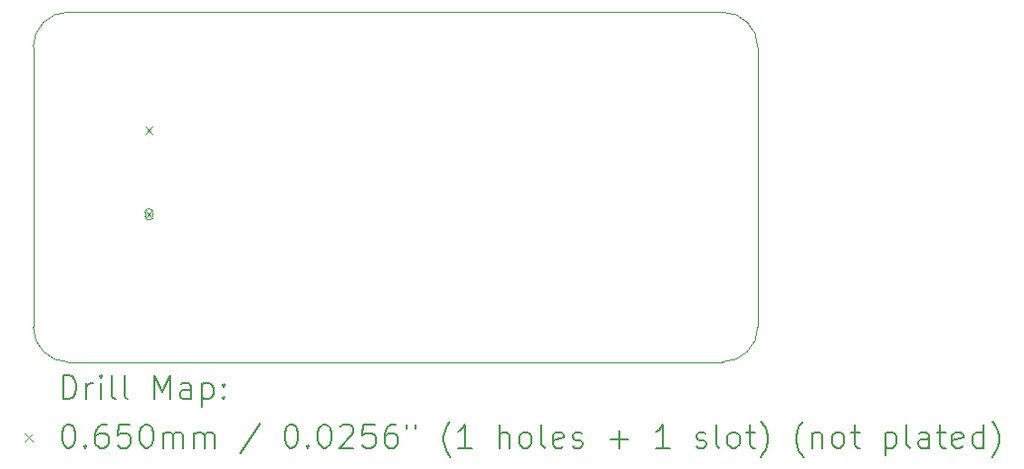
<source format=gbr>
%TF.GenerationSoftware,KiCad,Pcbnew,7.0.10-7.0.10~ubuntu20.04.1*%
%TF.CreationDate,2024-10-07T18:02:06+02:00*%
%TF.ProjectId,powerplay,706f7765-7270-46c6-9179-2e6b69636164,rev?*%
%TF.SameCoordinates,Original*%
%TF.FileFunction,Drillmap*%
%TF.FilePolarity,Positive*%
%FSLAX45Y45*%
G04 Gerber Fmt 4.5, Leading zero omitted, Abs format (unit mm)*
G04 Created by KiCad (PCBNEW 7.0.10-7.0.10~ubuntu20.04.1) date 2024-10-07 18:02:06*
%MOMM*%
%LPD*%
G01*
G04 APERTURE LIST*
%ADD10C,0.100000*%
%ADD11C,0.200000*%
G04 APERTURE END LIST*
D10*
X12400000Y-9400000D02*
G75*
G03*
X12700000Y-9700000I300000J0D01*
G01*
X12700000Y-6700000D02*
G75*
G03*
X12400000Y-7000000I0J-300000D01*
G01*
X18600000Y-7000000D02*
G75*
G03*
X18300000Y-6700000I-300000J0D01*
G01*
X18300000Y-9700000D02*
X12700000Y-9700000D01*
X12700000Y-6700000D02*
X18300000Y-6700000D01*
X18300000Y-9700000D02*
G75*
G03*
X18600000Y-9400000I0J300000D01*
G01*
X18600000Y-7000000D02*
X18600000Y-9400000D01*
X12400000Y-9400000D02*
X12400000Y-7000000D01*
D11*
D10*
X13357451Y-7683276D02*
X13422451Y-7748276D01*
X13422451Y-7683276D02*
X13357451Y-7748276D01*
X13357451Y-8403276D02*
X13422451Y-8468276D01*
X13422451Y-8403276D02*
X13357451Y-8468276D01*
X13357451Y-8420776D02*
X13357451Y-8450776D01*
X13357451Y-8450776D02*
G75*
G03*
X13422451Y-8450776I32500J0D01*
G01*
X13422451Y-8450776D02*
X13422451Y-8420776D01*
X13422451Y-8420776D02*
G75*
G03*
X13357451Y-8420776I-32500J0D01*
G01*
D11*
X12655777Y-10016484D02*
X12655777Y-9816484D01*
X12655777Y-9816484D02*
X12703396Y-9816484D01*
X12703396Y-9816484D02*
X12731967Y-9826008D01*
X12731967Y-9826008D02*
X12751015Y-9845055D01*
X12751015Y-9845055D02*
X12760539Y-9864103D01*
X12760539Y-9864103D02*
X12770062Y-9902198D01*
X12770062Y-9902198D02*
X12770062Y-9930770D01*
X12770062Y-9930770D02*
X12760539Y-9968865D01*
X12760539Y-9968865D02*
X12751015Y-9987912D01*
X12751015Y-9987912D02*
X12731967Y-10006960D01*
X12731967Y-10006960D02*
X12703396Y-10016484D01*
X12703396Y-10016484D02*
X12655777Y-10016484D01*
X12855777Y-10016484D02*
X12855777Y-9883150D01*
X12855777Y-9921246D02*
X12865301Y-9902198D01*
X12865301Y-9902198D02*
X12874824Y-9892674D01*
X12874824Y-9892674D02*
X12893872Y-9883150D01*
X12893872Y-9883150D02*
X12912920Y-9883150D01*
X12979586Y-10016484D02*
X12979586Y-9883150D01*
X12979586Y-9816484D02*
X12970062Y-9826008D01*
X12970062Y-9826008D02*
X12979586Y-9835531D01*
X12979586Y-9835531D02*
X12989110Y-9826008D01*
X12989110Y-9826008D02*
X12979586Y-9816484D01*
X12979586Y-9816484D02*
X12979586Y-9835531D01*
X13103396Y-10016484D02*
X13084348Y-10006960D01*
X13084348Y-10006960D02*
X13074824Y-9987912D01*
X13074824Y-9987912D02*
X13074824Y-9816484D01*
X13208158Y-10016484D02*
X13189110Y-10006960D01*
X13189110Y-10006960D02*
X13179586Y-9987912D01*
X13179586Y-9987912D02*
X13179586Y-9816484D01*
X13436729Y-10016484D02*
X13436729Y-9816484D01*
X13436729Y-9816484D02*
X13503396Y-9959341D01*
X13503396Y-9959341D02*
X13570062Y-9816484D01*
X13570062Y-9816484D02*
X13570062Y-10016484D01*
X13751015Y-10016484D02*
X13751015Y-9911722D01*
X13751015Y-9911722D02*
X13741491Y-9892674D01*
X13741491Y-9892674D02*
X13722443Y-9883150D01*
X13722443Y-9883150D02*
X13684348Y-9883150D01*
X13684348Y-9883150D02*
X13665301Y-9892674D01*
X13751015Y-10006960D02*
X13731967Y-10016484D01*
X13731967Y-10016484D02*
X13684348Y-10016484D01*
X13684348Y-10016484D02*
X13665301Y-10006960D01*
X13665301Y-10006960D02*
X13655777Y-9987912D01*
X13655777Y-9987912D02*
X13655777Y-9968865D01*
X13655777Y-9968865D02*
X13665301Y-9949817D01*
X13665301Y-9949817D02*
X13684348Y-9940293D01*
X13684348Y-9940293D02*
X13731967Y-9940293D01*
X13731967Y-9940293D02*
X13751015Y-9930770D01*
X13846253Y-9883150D02*
X13846253Y-10083150D01*
X13846253Y-9892674D02*
X13865301Y-9883150D01*
X13865301Y-9883150D02*
X13903396Y-9883150D01*
X13903396Y-9883150D02*
X13922443Y-9892674D01*
X13922443Y-9892674D02*
X13931967Y-9902198D01*
X13931967Y-9902198D02*
X13941491Y-9921246D01*
X13941491Y-9921246D02*
X13941491Y-9978389D01*
X13941491Y-9978389D02*
X13931967Y-9997436D01*
X13931967Y-9997436D02*
X13922443Y-10006960D01*
X13922443Y-10006960D02*
X13903396Y-10016484D01*
X13903396Y-10016484D02*
X13865301Y-10016484D01*
X13865301Y-10016484D02*
X13846253Y-10006960D01*
X14027205Y-9997436D02*
X14036729Y-10006960D01*
X14036729Y-10006960D02*
X14027205Y-10016484D01*
X14027205Y-10016484D02*
X14017682Y-10006960D01*
X14017682Y-10006960D02*
X14027205Y-9997436D01*
X14027205Y-9997436D02*
X14027205Y-10016484D01*
X14027205Y-9892674D02*
X14036729Y-9902198D01*
X14036729Y-9902198D02*
X14027205Y-9911722D01*
X14027205Y-9911722D02*
X14017682Y-9902198D01*
X14017682Y-9902198D02*
X14027205Y-9892674D01*
X14027205Y-9892674D02*
X14027205Y-9911722D01*
D10*
X12330000Y-10312500D02*
X12395000Y-10377500D01*
X12395000Y-10312500D02*
X12330000Y-10377500D01*
D11*
X12693872Y-10236484D02*
X12712920Y-10236484D01*
X12712920Y-10236484D02*
X12731967Y-10246008D01*
X12731967Y-10246008D02*
X12741491Y-10255531D01*
X12741491Y-10255531D02*
X12751015Y-10274579D01*
X12751015Y-10274579D02*
X12760539Y-10312674D01*
X12760539Y-10312674D02*
X12760539Y-10360293D01*
X12760539Y-10360293D02*
X12751015Y-10398389D01*
X12751015Y-10398389D02*
X12741491Y-10417436D01*
X12741491Y-10417436D02*
X12731967Y-10426960D01*
X12731967Y-10426960D02*
X12712920Y-10436484D01*
X12712920Y-10436484D02*
X12693872Y-10436484D01*
X12693872Y-10436484D02*
X12674824Y-10426960D01*
X12674824Y-10426960D02*
X12665301Y-10417436D01*
X12665301Y-10417436D02*
X12655777Y-10398389D01*
X12655777Y-10398389D02*
X12646253Y-10360293D01*
X12646253Y-10360293D02*
X12646253Y-10312674D01*
X12646253Y-10312674D02*
X12655777Y-10274579D01*
X12655777Y-10274579D02*
X12665301Y-10255531D01*
X12665301Y-10255531D02*
X12674824Y-10246008D01*
X12674824Y-10246008D02*
X12693872Y-10236484D01*
X12846253Y-10417436D02*
X12855777Y-10426960D01*
X12855777Y-10426960D02*
X12846253Y-10436484D01*
X12846253Y-10436484D02*
X12836729Y-10426960D01*
X12836729Y-10426960D02*
X12846253Y-10417436D01*
X12846253Y-10417436D02*
X12846253Y-10436484D01*
X13027205Y-10236484D02*
X12989110Y-10236484D01*
X12989110Y-10236484D02*
X12970062Y-10246008D01*
X12970062Y-10246008D02*
X12960539Y-10255531D01*
X12960539Y-10255531D02*
X12941491Y-10284103D01*
X12941491Y-10284103D02*
X12931967Y-10322198D01*
X12931967Y-10322198D02*
X12931967Y-10398389D01*
X12931967Y-10398389D02*
X12941491Y-10417436D01*
X12941491Y-10417436D02*
X12951015Y-10426960D01*
X12951015Y-10426960D02*
X12970062Y-10436484D01*
X12970062Y-10436484D02*
X13008158Y-10436484D01*
X13008158Y-10436484D02*
X13027205Y-10426960D01*
X13027205Y-10426960D02*
X13036729Y-10417436D01*
X13036729Y-10417436D02*
X13046253Y-10398389D01*
X13046253Y-10398389D02*
X13046253Y-10350770D01*
X13046253Y-10350770D02*
X13036729Y-10331722D01*
X13036729Y-10331722D02*
X13027205Y-10322198D01*
X13027205Y-10322198D02*
X13008158Y-10312674D01*
X13008158Y-10312674D02*
X12970062Y-10312674D01*
X12970062Y-10312674D02*
X12951015Y-10322198D01*
X12951015Y-10322198D02*
X12941491Y-10331722D01*
X12941491Y-10331722D02*
X12931967Y-10350770D01*
X13227205Y-10236484D02*
X13131967Y-10236484D01*
X13131967Y-10236484D02*
X13122443Y-10331722D01*
X13122443Y-10331722D02*
X13131967Y-10322198D01*
X13131967Y-10322198D02*
X13151015Y-10312674D01*
X13151015Y-10312674D02*
X13198634Y-10312674D01*
X13198634Y-10312674D02*
X13217682Y-10322198D01*
X13217682Y-10322198D02*
X13227205Y-10331722D01*
X13227205Y-10331722D02*
X13236729Y-10350770D01*
X13236729Y-10350770D02*
X13236729Y-10398389D01*
X13236729Y-10398389D02*
X13227205Y-10417436D01*
X13227205Y-10417436D02*
X13217682Y-10426960D01*
X13217682Y-10426960D02*
X13198634Y-10436484D01*
X13198634Y-10436484D02*
X13151015Y-10436484D01*
X13151015Y-10436484D02*
X13131967Y-10426960D01*
X13131967Y-10426960D02*
X13122443Y-10417436D01*
X13360539Y-10236484D02*
X13379586Y-10236484D01*
X13379586Y-10236484D02*
X13398634Y-10246008D01*
X13398634Y-10246008D02*
X13408158Y-10255531D01*
X13408158Y-10255531D02*
X13417682Y-10274579D01*
X13417682Y-10274579D02*
X13427205Y-10312674D01*
X13427205Y-10312674D02*
X13427205Y-10360293D01*
X13427205Y-10360293D02*
X13417682Y-10398389D01*
X13417682Y-10398389D02*
X13408158Y-10417436D01*
X13408158Y-10417436D02*
X13398634Y-10426960D01*
X13398634Y-10426960D02*
X13379586Y-10436484D01*
X13379586Y-10436484D02*
X13360539Y-10436484D01*
X13360539Y-10436484D02*
X13341491Y-10426960D01*
X13341491Y-10426960D02*
X13331967Y-10417436D01*
X13331967Y-10417436D02*
X13322443Y-10398389D01*
X13322443Y-10398389D02*
X13312920Y-10360293D01*
X13312920Y-10360293D02*
X13312920Y-10312674D01*
X13312920Y-10312674D02*
X13322443Y-10274579D01*
X13322443Y-10274579D02*
X13331967Y-10255531D01*
X13331967Y-10255531D02*
X13341491Y-10246008D01*
X13341491Y-10246008D02*
X13360539Y-10236484D01*
X13512920Y-10436484D02*
X13512920Y-10303150D01*
X13512920Y-10322198D02*
X13522443Y-10312674D01*
X13522443Y-10312674D02*
X13541491Y-10303150D01*
X13541491Y-10303150D02*
X13570063Y-10303150D01*
X13570063Y-10303150D02*
X13589110Y-10312674D01*
X13589110Y-10312674D02*
X13598634Y-10331722D01*
X13598634Y-10331722D02*
X13598634Y-10436484D01*
X13598634Y-10331722D02*
X13608158Y-10312674D01*
X13608158Y-10312674D02*
X13627205Y-10303150D01*
X13627205Y-10303150D02*
X13655777Y-10303150D01*
X13655777Y-10303150D02*
X13674824Y-10312674D01*
X13674824Y-10312674D02*
X13684348Y-10331722D01*
X13684348Y-10331722D02*
X13684348Y-10436484D01*
X13779586Y-10436484D02*
X13779586Y-10303150D01*
X13779586Y-10322198D02*
X13789110Y-10312674D01*
X13789110Y-10312674D02*
X13808158Y-10303150D01*
X13808158Y-10303150D02*
X13836729Y-10303150D01*
X13836729Y-10303150D02*
X13855777Y-10312674D01*
X13855777Y-10312674D02*
X13865301Y-10331722D01*
X13865301Y-10331722D02*
X13865301Y-10436484D01*
X13865301Y-10331722D02*
X13874824Y-10312674D01*
X13874824Y-10312674D02*
X13893872Y-10303150D01*
X13893872Y-10303150D02*
X13922443Y-10303150D01*
X13922443Y-10303150D02*
X13941491Y-10312674D01*
X13941491Y-10312674D02*
X13951015Y-10331722D01*
X13951015Y-10331722D02*
X13951015Y-10436484D01*
X14341491Y-10226960D02*
X14170063Y-10484103D01*
X14598634Y-10236484D02*
X14617682Y-10236484D01*
X14617682Y-10236484D02*
X14636729Y-10246008D01*
X14636729Y-10246008D02*
X14646253Y-10255531D01*
X14646253Y-10255531D02*
X14655777Y-10274579D01*
X14655777Y-10274579D02*
X14665301Y-10312674D01*
X14665301Y-10312674D02*
X14665301Y-10360293D01*
X14665301Y-10360293D02*
X14655777Y-10398389D01*
X14655777Y-10398389D02*
X14646253Y-10417436D01*
X14646253Y-10417436D02*
X14636729Y-10426960D01*
X14636729Y-10426960D02*
X14617682Y-10436484D01*
X14617682Y-10436484D02*
X14598634Y-10436484D01*
X14598634Y-10436484D02*
X14579586Y-10426960D01*
X14579586Y-10426960D02*
X14570063Y-10417436D01*
X14570063Y-10417436D02*
X14560539Y-10398389D01*
X14560539Y-10398389D02*
X14551015Y-10360293D01*
X14551015Y-10360293D02*
X14551015Y-10312674D01*
X14551015Y-10312674D02*
X14560539Y-10274579D01*
X14560539Y-10274579D02*
X14570063Y-10255531D01*
X14570063Y-10255531D02*
X14579586Y-10246008D01*
X14579586Y-10246008D02*
X14598634Y-10236484D01*
X14751015Y-10417436D02*
X14760539Y-10426960D01*
X14760539Y-10426960D02*
X14751015Y-10436484D01*
X14751015Y-10436484D02*
X14741491Y-10426960D01*
X14741491Y-10426960D02*
X14751015Y-10417436D01*
X14751015Y-10417436D02*
X14751015Y-10436484D01*
X14884348Y-10236484D02*
X14903396Y-10236484D01*
X14903396Y-10236484D02*
X14922444Y-10246008D01*
X14922444Y-10246008D02*
X14931967Y-10255531D01*
X14931967Y-10255531D02*
X14941491Y-10274579D01*
X14941491Y-10274579D02*
X14951015Y-10312674D01*
X14951015Y-10312674D02*
X14951015Y-10360293D01*
X14951015Y-10360293D02*
X14941491Y-10398389D01*
X14941491Y-10398389D02*
X14931967Y-10417436D01*
X14931967Y-10417436D02*
X14922444Y-10426960D01*
X14922444Y-10426960D02*
X14903396Y-10436484D01*
X14903396Y-10436484D02*
X14884348Y-10436484D01*
X14884348Y-10436484D02*
X14865301Y-10426960D01*
X14865301Y-10426960D02*
X14855777Y-10417436D01*
X14855777Y-10417436D02*
X14846253Y-10398389D01*
X14846253Y-10398389D02*
X14836729Y-10360293D01*
X14836729Y-10360293D02*
X14836729Y-10312674D01*
X14836729Y-10312674D02*
X14846253Y-10274579D01*
X14846253Y-10274579D02*
X14855777Y-10255531D01*
X14855777Y-10255531D02*
X14865301Y-10246008D01*
X14865301Y-10246008D02*
X14884348Y-10236484D01*
X15027206Y-10255531D02*
X15036729Y-10246008D01*
X15036729Y-10246008D02*
X15055777Y-10236484D01*
X15055777Y-10236484D02*
X15103396Y-10236484D01*
X15103396Y-10236484D02*
X15122444Y-10246008D01*
X15122444Y-10246008D02*
X15131967Y-10255531D01*
X15131967Y-10255531D02*
X15141491Y-10274579D01*
X15141491Y-10274579D02*
X15141491Y-10293627D01*
X15141491Y-10293627D02*
X15131967Y-10322198D01*
X15131967Y-10322198D02*
X15017682Y-10436484D01*
X15017682Y-10436484D02*
X15141491Y-10436484D01*
X15322444Y-10236484D02*
X15227206Y-10236484D01*
X15227206Y-10236484D02*
X15217682Y-10331722D01*
X15217682Y-10331722D02*
X15227206Y-10322198D01*
X15227206Y-10322198D02*
X15246253Y-10312674D01*
X15246253Y-10312674D02*
X15293872Y-10312674D01*
X15293872Y-10312674D02*
X15312920Y-10322198D01*
X15312920Y-10322198D02*
X15322444Y-10331722D01*
X15322444Y-10331722D02*
X15331967Y-10350770D01*
X15331967Y-10350770D02*
X15331967Y-10398389D01*
X15331967Y-10398389D02*
X15322444Y-10417436D01*
X15322444Y-10417436D02*
X15312920Y-10426960D01*
X15312920Y-10426960D02*
X15293872Y-10436484D01*
X15293872Y-10436484D02*
X15246253Y-10436484D01*
X15246253Y-10436484D02*
X15227206Y-10426960D01*
X15227206Y-10426960D02*
X15217682Y-10417436D01*
X15503396Y-10236484D02*
X15465301Y-10236484D01*
X15465301Y-10236484D02*
X15446253Y-10246008D01*
X15446253Y-10246008D02*
X15436729Y-10255531D01*
X15436729Y-10255531D02*
X15417682Y-10284103D01*
X15417682Y-10284103D02*
X15408158Y-10322198D01*
X15408158Y-10322198D02*
X15408158Y-10398389D01*
X15408158Y-10398389D02*
X15417682Y-10417436D01*
X15417682Y-10417436D02*
X15427206Y-10426960D01*
X15427206Y-10426960D02*
X15446253Y-10436484D01*
X15446253Y-10436484D02*
X15484348Y-10436484D01*
X15484348Y-10436484D02*
X15503396Y-10426960D01*
X15503396Y-10426960D02*
X15512920Y-10417436D01*
X15512920Y-10417436D02*
X15522444Y-10398389D01*
X15522444Y-10398389D02*
X15522444Y-10350770D01*
X15522444Y-10350770D02*
X15512920Y-10331722D01*
X15512920Y-10331722D02*
X15503396Y-10322198D01*
X15503396Y-10322198D02*
X15484348Y-10312674D01*
X15484348Y-10312674D02*
X15446253Y-10312674D01*
X15446253Y-10312674D02*
X15427206Y-10322198D01*
X15427206Y-10322198D02*
X15417682Y-10331722D01*
X15417682Y-10331722D02*
X15408158Y-10350770D01*
X15598634Y-10236484D02*
X15598634Y-10274579D01*
X15674825Y-10236484D02*
X15674825Y-10274579D01*
X15970063Y-10512674D02*
X15960539Y-10503150D01*
X15960539Y-10503150D02*
X15941491Y-10474579D01*
X15941491Y-10474579D02*
X15931968Y-10455531D01*
X15931968Y-10455531D02*
X15922444Y-10426960D01*
X15922444Y-10426960D02*
X15912920Y-10379341D01*
X15912920Y-10379341D02*
X15912920Y-10341246D01*
X15912920Y-10341246D02*
X15922444Y-10293627D01*
X15922444Y-10293627D02*
X15931968Y-10265055D01*
X15931968Y-10265055D02*
X15941491Y-10246008D01*
X15941491Y-10246008D02*
X15960539Y-10217436D01*
X15960539Y-10217436D02*
X15970063Y-10207912D01*
X16151015Y-10436484D02*
X16036729Y-10436484D01*
X16093872Y-10436484D02*
X16093872Y-10236484D01*
X16093872Y-10236484D02*
X16074825Y-10265055D01*
X16074825Y-10265055D02*
X16055777Y-10284103D01*
X16055777Y-10284103D02*
X16036729Y-10293627D01*
X16389110Y-10436484D02*
X16389110Y-10236484D01*
X16474825Y-10436484D02*
X16474825Y-10331722D01*
X16474825Y-10331722D02*
X16465301Y-10312674D01*
X16465301Y-10312674D02*
X16446253Y-10303150D01*
X16446253Y-10303150D02*
X16417682Y-10303150D01*
X16417682Y-10303150D02*
X16398634Y-10312674D01*
X16398634Y-10312674D02*
X16389110Y-10322198D01*
X16598634Y-10436484D02*
X16579587Y-10426960D01*
X16579587Y-10426960D02*
X16570063Y-10417436D01*
X16570063Y-10417436D02*
X16560539Y-10398389D01*
X16560539Y-10398389D02*
X16560539Y-10341246D01*
X16560539Y-10341246D02*
X16570063Y-10322198D01*
X16570063Y-10322198D02*
X16579587Y-10312674D01*
X16579587Y-10312674D02*
X16598634Y-10303150D01*
X16598634Y-10303150D02*
X16627206Y-10303150D01*
X16627206Y-10303150D02*
X16646253Y-10312674D01*
X16646253Y-10312674D02*
X16655777Y-10322198D01*
X16655777Y-10322198D02*
X16665301Y-10341246D01*
X16665301Y-10341246D02*
X16665301Y-10398389D01*
X16665301Y-10398389D02*
X16655777Y-10417436D01*
X16655777Y-10417436D02*
X16646253Y-10426960D01*
X16646253Y-10426960D02*
X16627206Y-10436484D01*
X16627206Y-10436484D02*
X16598634Y-10436484D01*
X16779587Y-10436484D02*
X16760539Y-10426960D01*
X16760539Y-10426960D02*
X16751015Y-10407912D01*
X16751015Y-10407912D02*
X16751015Y-10236484D01*
X16931968Y-10426960D02*
X16912920Y-10436484D01*
X16912920Y-10436484D02*
X16874825Y-10436484D01*
X16874825Y-10436484D02*
X16855777Y-10426960D01*
X16855777Y-10426960D02*
X16846253Y-10407912D01*
X16846253Y-10407912D02*
X16846253Y-10331722D01*
X16846253Y-10331722D02*
X16855777Y-10312674D01*
X16855777Y-10312674D02*
X16874825Y-10303150D01*
X16874825Y-10303150D02*
X16912920Y-10303150D01*
X16912920Y-10303150D02*
X16931968Y-10312674D01*
X16931968Y-10312674D02*
X16941492Y-10331722D01*
X16941492Y-10331722D02*
X16941492Y-10350770D01*
X16941492Y-10350770D02*
X16846253Y-10369817D01*
X17017682Y-10426960D02*
X17036730Y-10436484D01*
X17036730Y-10436484D02*
X17074825Y-10436484D01*
X17074825Y-10436484D02*
X17093873Y-10426960D01*
X17093873Y-10426960D02*
X17103396Y-10407912D01*
X17103396Y-10407912D02*
X17103396Y-10398389D01*
X17103396Y-10398389D02*
X17093873Y-10379341D01*
X17093873Y-10379341D02*
X17074825Y-10369817D01*
X17074825Y-10369817D02*
X17046253Y-10369817D01*
X17046253Y-10369817D02*
X17027206Y-10360293D01*
X17027206Y-10360293D02*
X17017682Y-10341246D01*
X17017682Y-10341246D02*
X17017682Y-10331722D01*
X17017682Y-10331722D02*
X17027206Y-10312674D01*
X17027206Y-10312674D02*
X17046253Y-10303150D01*
X17046253Y-10303150D02*
X17074825Y-10303150D01*
X17074825Y-10303150D02*
X17093873Y-10312674D01*
X17341492Y-10360293D02*
X17493873Y-10360293D01*
X17417682Y-10436484D02*
X17417682Y-10284103D01*
X17846254Y-10436484D02*
X17731968Y-10436484D01*
X17789111Y-10436484D02*
X17789111Y-10236484D01*
X17789111Y-10236484D02*
X17770063Y-10265055D01*
X17770063Y-10265055D02*
X17751015Y-10284103D01*
X17751015Y-10284103D02*
X17731968Y-10293627D01*
X18074825Y-10426960D02*
X18093873Y-10436484D01*
X18093873Y-10436484D02*
X18131968Y-10436484D01*
X18131968Y-10436484D02*
X18151016Y-10426960D01*
X18151016Y-10426960D02*
X18160539Y-10407912D01*
X18160539Y-10407912D02*
X18160539Y-10398389D01*
X18160539Y-10398389D02*
X18151016Y-10379341D01*
X18151016Y-10379341D02*
X18131968Y-10369817D01*
X18131968Y-10369817D02*
X18103396Y-10369817D01*
X18103396Y-10369817D02*
X18084349Y-10360293D01*
X18084349Y-10360293D02*
X18074825Y-10341246D01*
X18074825Y-10341246D02*
X18074825Y-10331722D01*
X18074825Y-10331722D02*
X18084349Y-10312674D01*
X18084349Y-10312674D02*
X18103396Y-10303150D01*
X18103396Y-10303150D02*
X18131968Y-10303150D01*
X18131968Y-10303150D02*
X18151016Y-10312674D01*
X18274825Y-10436484D02*
X18255777Y-10426960D01*
X18255777Y-10426960D02*
X18246254Y-10407912D01*
X18246254Y-10407912D02*
X18246254Y-10236484D01*
X18379587Y-10436484D02*
X18360539Y-10426960D01*
X18360539Y-10426960D02*
X18351016Y-10417436D01*
X18351016Y-10417436D02*
X18341492Y-10398389D01*
X18341492Y-10398389D02*
X18341492Y-10341246D01*
X18341492Y-10341246D02*
X18351016Y-10322198D01*
X18351016Y-10322198D02*
X18360539Y-10312674D01*
X18360539Y-10312674D02*
X18379587Y-10303150D01*
X18379587Y-10303150D02*
X18408158Y-10303150D01*
X18408158Y-10303150D02*
X18427206Y-10312674D01*
X18427206Y-10312674D02*
X18436730Y-10322198D01*
X18436730Y-10322198D02*
X18446254Y-10341246D01*
X18446254Y-10341246D02*
X18446254Y-10398389D01*
X18446254Y-10398389D02*
X18436730Y-10417436D01*
X18436730Y-10417436D02*
X18427206Y-10426960D01*
X18427206Y-10426960D02*
X18408158Y-10436484D01*
X18408158Y-10436484D02*
X18379587Y-10436484D01*
X18503397Y-10303150D02*
X18579587Y-10303150D01*
X18531968Y-10236484D02*
X18531968Y-10407912D01*
X18531968Y-10407912D02*
X18541492Y-10426960D01*
X18541492Y-10426960D02*
X18560539Y-10436484D01*
X18560539Y-10436484D02*
X18579587Y-10436484D01*
X18627206Y-10512674D02*
X18636730Y-10503150D01*
X18636730Y-10503150D02*
X18655777Y-10474579D01*
X18655777Y-10474579D02*
X18665301Y-10455531D01*
X18665301Y-10455531D02*
X18674825Y-10426960D01*
X18674825Y-10426960D02*
X18684349Y-10379341D01*
X18684349Y-10379341D02*
X18684349Y-10341246D01*
X18684349Y-10341246D02*
X18674825Y-10293627D01*
X18674825Y-10293627D02*
X18665301Y-10265055D01*
X18665301Y-10265055D02*
X18655777Y-10246008D01*
X18655777Y-10246008D02*
X18636730Y-10217436D01*
X18636730Y-10217436D02*
X18627206Y-10207912D01*
X18989111Y-10512674D02*
X18979587Y-10503150D01*
X18979587Y-10503150D02*
X18960539Y-10474579D01*
X18960539Y-10474579D02*
X18951016Y-10455531D01*
X18951016Y-10455531D02*
X18941492Y-10426960D01*
X18941492Y-10426960D02*
X18931968Y-10379341D01*
X18931968Y-10379341D02*
X18931968Y-10341246D01*
X18931968Y-10341246D02*
X18941492Y-10293627D01*
X18941492Y-10293627D02*
X18951016Y-10265055D01*
X18951016Y-10265055D02*
X18960539Y-10246008D01*
X18960539Y-10246008D02*
X18979587Y-10217436D01*
X18979587Y-10217436D02*
X18989111Y-10207912D01*
X19065301Y-10303150D02*
X19065301Y-10436484D01*
X19065301Y-10322198D02*
X19074825Y-10312674D01*
X19074825Y-10312674D02*
X19093873Y-10303150D01*
X19093873Y-10303150D02*
X19122444Y-10303150D01*
X19122444Y-10303150D02*
X19141492Y-10312674D01*
X19141492Y-10312674D02*
X19151016Y-10331722D01*
X19151016Y-10331722D02*
X19151016Y-10436484D01*
X19274825Y-10436484D02*
X19255777Y-10426960D01*
X19255777Y-10426960D02*
X19246254Y-10417436D01*
X19246254Y-10417436D02*
X19236730Y-10398389D01*
X19236730Y-10398389D02*
X19236730Y-10341246D01*
X19236730Y-10341246D02*
X19246254Y-10322198D01*
X19246254Y-10322198D02*
X19255777Y-10312674D01*
X19255777Y-10312674D02*
X19274825Y-10303150D01*
X19274825Y-10303150D02*
X19303397Y-10303150D01*
X19303397Y-10303150D02*
X19322444Y-10312674D01*
X19322444Y-10312674D02*
X19331968Y-10322198D01*
X19331968Y-10322198D02*
X19341492Y-10341246D01*
X19341492Y-10341246D02*
X19341492Y-10398389D01*
X19341492Y-10398389D02*
X19331968Y-10417436D01*
X19331968Y-10417436D02*
X19322444Y-10426960D01*
X19322444Y-10426960D02*
X19303397Y-10436484D01*
X19303397Y-10436484D02*
X19274825Y-10436484D01*
X19398635Y-10303150D02*
X19474825Y-10303150D01*
X19427206Y-10236484D02*
X19427206Y-10407912D01*
X19427206Y-10407912D02*
X19436730Y-10426960D01*
X19436730Y-10426960D02*
X19455777Y-10436484D01*
X19455777Y-10436484D02*
X19474825Y-10436484D01*
X19693873Y-10303150D02*
X19693873Y-10503150D01*
X19693873Y-10312674D02*
X19712920Y-10303150D01*
X19712920Y-10303150D02*
X19751016Y-10303150D01*
X19751016Y-10303150D02*
X19770063Y-10312674D01*
X19770063Y-10312674D02*
X19779587Y-10322198D01*
X19779587Y-10322198D02*
X19789111Y-10341246D01*
X19789111Y-10341246D02*
X19789111Y-10398389D01*
X19789111Y-10398389D02*
X19779587Y-10417436D01*
X19779587Y-10417436D02*
X19770063Y-10426960D01*
X19770063Y-10426960D02*
X19751016Y-10436484D01*
X19751016Y-10436484D02*
X19712920Y-10436484D01*
X19712920Y-10436484D02*
X19693873Y-10426960D01*
X19903397Y-10436484D02*
X19884349Y-10426960D01*
X19884349Y-10426960D02*
X19874825Y-10407912D01*
X19874825Y-10407912D02*
X19874825Y-10236484D01*
X20065301Y-10436484D02*
X20065301Y-10331722D01*
X20065301Y-10331722D02*
X20055778Y-10312674D01*
X20055778Y-10312674D02*
X20036730Y-10303150D01*
X20036730Y-10303150D02*
X19998635Y-10303150D01*
X19998635Y-10303150D02*
X19979587Y-10312674D01*
X20065301Y-10426960D02*
X20046254Y-10436484D01*
X20046254Y-10436484D02*
X19998635Y-10436484D01*
X19998635Y-10436484D02*
X19979587Y-10426960D01*
X19979587Y-10426960D02*
X19970063Y-10407912D01*
X19970063Y-10407912D02*
X19970063Y-10388865D01*
X19970063Y-10388865D02*
X19979587Y-10369817D01*
X19979587Y-10369817D02*
X19998635Y-10360293D01*
X19998635Y-10360293D02*
X20046254Y-10360293D01*
X20046254Y-10360293D02*
X20065301Y-10350770D01*
X20131968Y-10303150D02*
X20208158Y-10303150D01*
X20160539Y-10236484D02*
X20160539Y-10407912D01*
X20160539Y-10407912D02*
X20170063Y-10426960D01*
X20170063Y-10426960D02*
X20189111Y-10436484D01*
X20189111Y-10436484D02*
X20208158Y-10436484D01*
X20351016Y-10426960D02*
X20331968Y-10436484D01*
X20331968Y-10436484D02*
X20293873Y-10436484D01*
X20293873Y-10436484D02*
X20274825Y-10426960D01*
X20274825Y-10426960D02*
X20265301Y-10407912D01*
X20265301Y-10407912D02*
X20265301Y-10331722D01*
X20265301Y-10331722D02*
X20274825Y-10312674D01*
X20274825Y-10312674D02*
X20293873Y-10303150D01*
X20293873Y-10303150D02*
X20331968Y-10303150D01*
X20331968Y-10303150D02*
X20351016Y-10312674D01*
X20351016Y-10312674D02*
X20360539Y-10331722D01*
X20360539Y-10331722D02*
X20360539Y-10350770D01*
X20360539Y-10350770D02*
X20265301Y-10369817D01*
X20531968Y-10436484D02*
X20531968Y-10236484D01*
X20531968Y-10426960D02*
X20512920Y-10436484D01*
X20512920Y-10436484D02*
X20474825Y-10436484D01*
X20474825Y-10436484D02*
X20455778Y-10426960D01*
X20455778Y-10426960D02*
X20446254Y-10417436D01*
X20446254Y-10417436D02*
X20436730Y-10398389D01*
X20436730Y-10398389D02*
X20436730Y-10341246D01*
X20436730Y-10341246D02*
X20446254Y-10322198D01*
X20446254Y-10322198D02*
X20455778Y-10312674D01*
X20455778Y-10312674D02*
X20474825Y-10303150D01*
X20474825Y-10303150D02*
X20512920Y-10303150D01*
X20512920Y-10303150D02*
X20531968Y-10312674D01*
X20608159Y-10512674D02*
X20617682Y-10503150D01*
X20617682Y-10503150D02*
X20636730Y-10474579D01*
X20636730Y-10474579D02*
X20646254Y-10455531D01*
X20646254Y-10455531D02*
X20655778Y-10426960D01*
X20655778Y-10426960D02*
X20665301Y-10379341D01*
X20665301Y-10379341D02*
X20665301Y-10341246D01*
X20665301Y-10341246D02*
X20655778Y-10293627D01*
X20655778Y-10293627D02*
X20646254Y-10265055D01*
X20646254Y-10265055D02*
X20636730Y-10246008D01*
X20636730Y-10246008D02*
X20617682Y-10217436D01*
X20617682Y-10217436D02*
X20608159Y-10207912D01*
M02*

</source>
